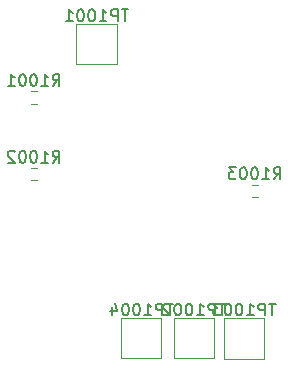
<source format=gbr>
%TF.GenerationSoftware,KiCad,Pcbnew,8.0.5*%
%TF.CreationDate,2024-11-16T20:21:07-03:00*%
%TF.ProjectId,hal9000mainboard,68616c39-3030-4306-9d61-696e626f6172,rev?*%
%TF.SameCoordinates,Original*%
%TF.FileFunction,Legend,Bot*%
%TF.FilePolarity,Positive*%
%FSLAX46Y46*%
G04 Gerber Fmt 4.6, Leading zero omitted, Abs format (unit mm)*
G04 Created by KiCad (PCBNEW 8.0.5) date 2024-11-16 20:21:07*
%MOMM*%
%LPD*%
G01*
G04 APERTURE LIST*
%ADD10C,0.150000*%
%ADD11C,0.120000*%
G04 APERTURE END LIST*
D10*
X19390475Y-24656819D02*
X18819047Y-24656819D01*
X19104761Y-25656819D02*
X19104761Y-24656819D01*
X18485713Y-25656819D02*
X18485713Y-24656819D01*
X18485713Y-24656819D02*
X18104761Y-24656819D01*
X18104761Y-24656819D02*
X18009523Y-24704438D01*
X18009523Y-24704438D02*
X17961904Y-24752057D01*
X17961904Y-24752057D02*
X17914285Y-24847295D01*
X17914285Y-24847295D02*
X17914285Y-24990152D01*
X17914285Y-24990152D02*
X17961904Y-25085390D01*
X17961904Y-25085390D02*
X18009523Y-25133009D01*
X18009523Y-25133009D02*
X18104761Y-25180628D01*
X18104761Y-25180628D02*
X18485713Y-25180628D01*
X16961904Y-25656819D02*
X17533332Y-25656819D01*
X17247618Y-25656819D02*
X17247618Y-24656819D01*
X17247618Y-24656819D02*
X17342856Y-24799676D01*
X17342856Y-24799676D02*
X17438094Y-24894914D01*
X17438094Y-24894914D02*
X17533332Y-24942533D01*
X16342856Y-24656819D02*
X16247618Y-24656819D01*
X16247618Y-24656819D02*
X16152380Y-24704438D01*
X16152380Y-24704438D02*
X16104761Y-24752057D01*
X16104761Y-24752057D02*
X16057142Y-24847295D01*
X16057142Y-24847295D02*
X16009523Y-25037771D01*
X16009523Y-25037771D02*
X16009523Y-25275866D01*
X16009523Y-25275866D02*
X16057142Y-25466342D01*
X16057142Y-25466342D02*
X16104761Y-25561580D01*
X16104761Y-25561580D02*
X16152380Y-25609200D01*
X16152380Y-25609200D02*
X16247618Y-25656819D01*
X16247618Y-25656819D02*
X16342856Y-25656819D01*
X16342856Y-25656819D02*
X16438094Y-25609200D01*
X16438094Y-25609200D02*
X16485713Y-25561580D01*
X16485713Y-25561580D02*
X16533332Y-25466342D01*
X16533332Y-25466342D02*
X16580951Y-25275866D01*
X16580951Y-25275866D02*
X16580951Y-25037771D01*
X16580951Y-25037771D02*
X16533332Y-24847295D01*
X16533332Y-24847295D02*
X16485713Y-24752057D01*
X16485713Y-24752057D02*
X16438094Y-24704438D01*
X16438094Y-24704438D02*
X16342856Y-24656819D01*
X15390475Y-24656819D02*
X15295237Y-24656819D01*
X15295237Y-24656819D02*
X15199999Y-24704438D01*
X15199999Y-24704438D02*
X15152380Y-24752057D01*
X15152380Y-24752057D02*
X15104761Y-24847295D01*
X15104761Y-24847295D02*
X15057142Y-25037771D01*
X15057142Y-25037771D02*
X15057142Y-25275866D01*
X15057142Y-25275866D02*
X15104761Y-25466342D01*
X15104761Y-25466342D02*
X15152380Y-25561580D01*
X15152380Y-25561580D02*
X15199999Y-25609200D01*
X15199999Y-25609200D02*
X15295237Y-25656819D01*
X15295237Y-25656819D02*
X15390475Y-25656819D01*
X15390475Y-25656819D02*
X15485713Y-25609200D01*
X15485713Y-25609200D02*
X15533332Y-25561580D01*
X15533332Y-25561580D02*
X15580951Y-25466342D01*
X15580951Y-25466342D02*
X15628570Y-25275866D01*
X15628570Y-25275866D02*
X15628570Y-25037771D01*
X15628570Y-25037771D02*
X15580951Y-24847295D01*
X15580951Y-24847295D02*
X15533332Y-24752057D01*
X15533332Y-24752057D02*
X15485713Y-24704438D01*
X15485713Y-24704438D02*
X15390475Y-24656819D01*
X14199999Y-24990152D02*
X14199999Y-25656819D01*
X14438094Y-24609200D02*
X14676189Y-25323485D01*
X14676189Y-25323485D02*
X14057142Y-25323485D01*
X27895238Y-14124819D02*
X28228571Y-13648628D01*
X28466666Y-14124819D02*
X28466666Y-13124819D01*
X28466666Y-13124819D02*
X28085714Y-13124819D01*
X28085714Y-13124819D02*
X27990476Y-13172438D01*
X27990476Y-13172438D02*
X27942857Y-13220057D01*
X27942857Y-13220057D02*
X27895238Y-13315295D01*
X27895238Y-13315295D02*
X27895238Y-13458152D01*
X27895238Y-13458152D02*
X27942857Y-13553390D01*
X27942857Y-13553390D02*
X27990476Y-13601009D01*
X27990476Y-13601009D02*
X28085714Y-13648628D01*
X28085714Y-13648628D02*
X28466666Y-13648628D01*
X26942857Y-14124819D02*
X27514285Y-14124819D01*
X27228571Y-14124819D02*
X27228571Y-13124819D01*
X27228571Y-13124819D02*
X27323809Y-13267676D01*
X27323809Y-13267676D02*
X27419047Y-13362914D01*
X27419047Y-13362914D02*
X27514285Y-13410533D01*
X26323809Y-13124819D02*
X26228571Y-13124819D01*
X26228571Y-13124819D02*
X26133333Y-13172438D01*
X26133333Y-13172438D02*
X26085714Y-13220057D01*
X26085714Y-13220057D02*
X26038095Y-13315295D01*
X26038095Y-13315295D02*
X25990476Y-13505771D01*
X25990476Y-13505771D02*
X25990476Y-13743866D01*
X25990476Y-13743866D02*
X26038095Y-13934342D01*
X26038095Y-13934342D02*
X26085714Y-14029580D01*
X26085714Y-14029580D02*
X26133333Y-14077200D01*
X26133333Y-14077200D02*
X26228571Y-14124819D01*
X26228571Y-14124819D02*
X26323809Y-14124819D01*
X26323809Y-14124819D02*
X26419047Y-14077200D01*
X26419047Y-14077200D02*
X26466666Y-14029580D01*
X26466666Y-14029580D02*
X26514285Y-13934342D01*
X26514285Y-13934342D02*
X26561904Y-13743866D01*
X26561904Y-13743866D02*
X26561904Y-13505771D01*
X26561904Y-13505771D02*
X26514285Y-13315295D01*
X26514285Y-13315295D02*
X26466666Y-13220057D01*
X26466666Y-13220057D02*
X26419047Y-13172438D01*
X26419047Y-13172438D02*
X26323809Y-13124819D01*
X25371428Y-13124819D02*
X25276190Y-13124819D01*
X25276190Y-13124819D02*
X25180952Y-13172438D01*
X25180952Y-13172438D02*
X25133333Y-13220057D01*
X25133333Y-13220057D02*
X25085714Y-13315295D01*
X25085714Y-13315295D02*
X25038095Y-13505771D01*
X25038095Y-13505771D02*
X25038095Y-13743866D01*
X25038095Y-13743866D02*
X25085714Y-13934342D01*
X25085714Y-13934342D02*
X25133333Y-14029580D01*
X25133333Y-14029580D02*
X25180952Y-14077200D01*
X25180952Y-14077200D02*
X25276190Y-14124819D01*
X25276190Y-14124819D02*
X25371428Y-14124819D01*
X25371428Y-14124819D02*
X25466666Y-14077200D01*
X25466666Y-14077200D02*
X25514285Y-14029580D01*
X25514285Y-14029580D02*
X25561904Y-13934342D01*
X25561904Y-13934342D02*
X25609523Y-13743866D01*
X25609523Y-13743866D02*
X25609523Y-13505771D01*
X25609523Y-13505771D02*
X25561904Y-13315295D01*
X25561904Y-13315295D02*
X25514285Y-13220057D01*
X25514285Y-13220057D02*
X25466666Y-13172438D01*
X25466666Y-13172438D02*
X25371428Y-13124819D01*
X24704761Y-13124819D02*
X24085714Y-13124819D01*
X24085714Y-13124819D02*
X24419047Y-13505771D01*
X24419047Y-13505771D02*
X24276190Y-13505771D01*
X24276190Y-13505771D02*
X24180952Y-13553390D01*
X24180952Y-13553390D02*
X24133333Y-13601009D01*
X24133333Y-13601009D02*
X24085714Y-13696247D01*
X24085714Y-13696247D02*
X24085714Y-13934342D01*
X24085714Y-13934342D02*
X24133333Y-14029580D01*
X24133333Y-14029580D02*
X24180952Y-14077200D01*
X24180952Y-14077200D02*
X24276190Y-14124819D01*
X24276190Y-14124819D02*
X24561904Y-14124819D01*
X24561904Y-14124819D02*
X24657142Y-14077200D01*
X24657142Y-14077200D02*
X24704761Y-14029580D01*
X28070475Y-24666819D02*
X27499047Y-24666819D01*
X27784761Y-25666819D02*
X27784761Y-24666819D01*
X27165713Y-25666819D02*
X27165713Y-24666819D01*
X27165713Y-24666819D02*
X26784761Y-24666819D01*
X26784761Y-24666819D02*
X26689523Y-24714438D01*
X26689523Y-24714438D02*
X26641904Y-24762057D01*
X26641904Y-24762057D02*
X26594285Y-24857295D01*
X26594285Y-24857295D02*
X26594285Y-25000152D01*
X26594285Y-25000152D02*
X26641904Y-25095390D01*
X26641904Y-25095390D02*
X26689523Y-25143009D01*
X26689523Y-25143009D02*
X26784761Y-25190628D01*
X26784761Y-25190628D02*
X27165713Y-25190628D01*
X25641904Y-25666819D02*
X26213332Y-25666819D01*
X25927618Y-25666819D02*
X25927618Y-24666819D01*
X25927618Y-24666819D02*
X26022856Y-24809676D01*
X26022856Y-24809676D02*
X26118094Y-24904914D01*
X26118094Y-24904914D02*
X26213332Y-24952533D01*
X25022856Y-24666819D02*
X24927618Y-24666819D01*
X24927618Y-24666819D02*
X24832380Y-24714438D01*
X24832380Y-24714438D02*
X24784761Y-24762057D01*
X24784761Y-24762057D02*
X24737142Y-24857295D01*
X24737142Y-24857295D02*
X24689523Y-25047771D01*
X24689523Y-25047771D02*
X24689523Y-25285866D01*
X24689523Y-25285866D02*
X24737142Y-25476342D01*
X24737142Y-25476342D02*
X24784761Y-25571580D01*
X24784761Y-25571580D02*
X24832380Y-25619200D01*
X24832380Y-25619200D02*
X24927618Y-25666819D01*
X24927618Y-25666819D02*
X25022856Y-25666819D01*
X25022856Y-25666819D02*
X25118094Y-25619200D01*
X25118094Y-25619200D02*
X25165713Y-25571580D01*
X25165713Y-25571580D02*
X25213332Y-25476342D01*
X25213332Y-25476342D02*
X25260951Y-25285866D01*
X25260951Y-25285866D02*
X25260951Y-25047771D01*
X25260951Y-25047771D02*
X25213332Y-24857295D01*
X25213332Y-24857295D02*
X25165713Y-24762057D01*
X25165713Y-24762057D02*
X25118094Y-24714438D01*
X25118094Y-24714438D02*
X25022856Y-24666819D01*
X24070475Y-24666819D02*
X23975237Y-24666819D01*
X23975237Y-24666819D02*
X23879999Y-24714438D01*
X23879999Y-24714438D02*
X23832380Y-24762057D01*
X23832380Y-24762057D02*
X23784761Y-24857295D01*
X23784761Y-24857295D02*
X23737142Y-25047771D01*
X23737142Y-25047771D02*
X23737142Y-25285866D01*
X23737142Y-25285866D02*
X23784761Y-25476342D01*
X23784761Y-25476342D02*
X23832380Y-25571580D01*
X23832380Y-25571580D02*
X23879999Y-25619200D01*
X23879999Y-25619200D02*
X23975237Y-25666819D01*
X23975237Y-25666819D02*
X24070475Y-25666819D01*
X24070475Y-25666819D02*
X24165713Y-25619200D01*
X24165713Y-25619200D02*
X24213332Y-25571580D01*
X24213332Y-25571580D02*
X24260951Y-25476342D01*
X24260951Y-25476342D02*
X24308570Y-25285866D01*
X24308570Y-25285866D02*
X24308570Y-25047771D01*
X24308570Y-25047771D02*
X24260951Y-24857295D01*
X24260951Y-24857295D02*
X24213332Y-24762057D01*
X24213332Y-24762057D02*
X24165713Y-24714438D01*
X24165713Y-24714438D02*
X24070475Y-24666819D01*
X23403808Y-24666819D02*
X22784761Y-24666819D01*
X22784761Y-24666819D02*
X23118094Y-25047771D01*
X23118094Y-25047771D02*
X22975237Y-25047771D01*
X22975237Y-25047771D02*
X22879999Y-25095390D01*
X22879999Y-25095390D02*
X22832380Y-25143009D01*
X22832380Y-25143009D02*
X22784761Y-25238247D01*
X22784761Y-25238247D02*
X22784761Y-25476342D01*
X22784761Y-25476342D02*
X22832380Y-25571580D01*
X22832380Y-25571580D02*
X22879999Y-25619200D01*
X22879999Y-25619200D02*
X22975237Y-25666819D01*
X22975237Y-25666819D02*
X23260951Y-25666819D01*
X23260951Y-25666819D02*
X23356189Y-25619200D01*
X23356189Y-25619200D02*
X23403808Y-25571580D01*
X23830475Y-24656819D02*
X23259047Y-24656819D01*
X23544761Y-25656819D02*
X23544761Y-24656819D01*
X22925713Y-25656819D02*
X22925713Y-24656819D01*
X22925713Y-24656819D02*
X22544761Y-24656819D01*
X22544761Y-24656819D02*
X22449523Y-24704438D01*
X22449523Y-24704438D02*
X22401904Y-24752057D01*
X22401904Y-24752057D02*
X22354285Y-24847295D01*
X22354285Y-24847295D02*
X22354285Y-24990152D01*
X22354285Y-24990152D02*
X22401904Y-25085390D01*
X22401904Y-25085390D02*
X22449523Y-25133009D01*
X22449523Y-25133009D02*
X22544761Y-25180628D01*
X22544761Y-25180628D02*
X22925713Y-25180628D01*
X21401904Y-25656819D02*
X21973332Y-25656819D01*
X21687618Y-25656819D02*
X21687618Y-24656819D01*
X21687618Y-24656819D02*
X21782856Y-24799676D01*
X21782856Y-24799676D02*
X21878094Y-24894914D01*
X21878094Y-24894914D02*
X21973332Y-24942533D01*
X20782856Y-24656819D02*
X20687618Y-24656819D01*
X20687618Y-24656819D02*
X20592380Y-24704438D01*
X20592380Y-24704438D02*
X20544761Y-24752057D01*
X20544761Y-24752057D02*
X20497142Y-24847295D01*
X20497142Y-24847295D02*
X20449523Y-25037771D01*
X20449523Y-25037771D02*
X20449523Y-25275866D01*
X20449523Y-25275866D02*
X20497142Y-25466342D01*
X20497142Y-25466342D02*
X20544761Y-25561580D01*
X20544761Y-25561580D02*
X20592380Y-25609200D01*
X20592380Y-25609200D02*
X20687618Y-25656819D01*
X20687618Y-25656819D02*
X20782856Y-25656819D01*
X20782856Y-25656819D02*
X20878094Y-25609200D01*
X20878094Y-25609200D02*
X20925713Y-25561580D01*
X20925713Y-25561580D02*
X20973332Y-25466342D01*
X20973332Y-25466342D02*
X21020951Y-25275866D01*
X21020951Y-25275866D02*
X21020951Y-25037771D01*
X21020951Y-25037771D02*
X20973332Y-24847295D01*
X20973332Y-24847295D02*
X20925713Y-24752057D01*
X20925713Y-24752057D02*
X20878094Y-24704438D01*
X20878094Y-24704438D02*
X20782856Y-24656819D01*
X19830475Y-24656819D02*
X19735237Y-24656819D01*
X19735237Y-24656819D02*
X19639999Y-24704438D01*
X19639999Y-24704438D02*
X19592380Y-24752057D01*
X19592380Y-24752057D02*
X19544761Y-24847295D01*
X19544761Y-24847295D02*
X19497142Y-25037771D01*
X19497142Y-25037771D02*
X19497142Y-25275866D01*
X19497142Y-25275866D02*
X19544761Y-25466342D01*
X19544761Y-25466342D02*
X19592380Y-25561580D01*
X19592380Y-25561580D02*
X19639999Y-25609200D01*
X19639999Y-25609200D02*
X19735237Y-25656819D01*
X19735237Y-25656819D02*
X19830475Y-25656819D01*
X19830475Y-25656819D02*
X19925713Y-25609200D01*
X19925713Y-25609200D02*
X19973332Y-25561580D01*
X19973332Y-25561580D02*
X20020951Y-25466342D01*
X20020951Y-25466342D02*
X20068570Y-25275866D01*
X20068570Y-25275866D02*
X20068570Y-25037771D01*
X20068570Y-25037771D02*
X20020951Y-24847295D01*
X20020951Y-24847295D02*
X19973332Y-24752057D01*
X19973332Y-24752057D02*
X19925713Y-24704438D01*
X19925713Y-24704438D02*
X19830475Y-24656819D01*
X19116189Y-24752057D02*
X19068570Y-24704438D01*
X19068570Y-24704438D02*
X18973332Y-24656819D01*
X18973332Y-24656819D02*
X18735237Y-24656819D01*
X18735237Y-24656819D02*
X18639999Y-24704438D01*
X18639999Y-24704438D02*
X18592380Y-24752057D01*
X18592380Y-24752057D02*
X18544761Y-24847295D01*
X18544761Y-24847295D02*
X18544761Y-24942533D01*
X18544761Y-24942533D02*
X18592380Y-25085390D01*
X18592380Y-25085390D02*
X19163808Y-25656819D01*
X19163808Y-25656819D02*
X18544761Y-25656819D01*
X15590475Y243180D02*
X15019047Y243180D01*
X15304761Y-756819D02*
X15304761Y243180D01*
X14685713Y-756819D02*
X14685713Y243180D01*
X14685713Y243180D02*
X14304761Y243180D01*
X14304761Y243180D02*
X14209523Y195561D01*
X14209523Y195561D02*
X14161904Y147942D01*
X14161904Y147942D02*
X14114285Y52704D01*
X14114285Y52704D02*
X14114285Y-90152D01*
X14114285Y-90152D02*
X14161904Y-185390D01*
X14161904Y-185390D02*
X14209523Y-233009D01*
X14209523Y-233009D02*
X14304761Y-280628D01*
X14304761Y-280628D02*
X14685713Y-280628D01*
X13161904Y-756819D02*
X13733332Y-756819D01*
X13447618Y-756819D02*
X13447618Y243180D01*
X13447618Y243180D02*
X13542856Y100323D01*
X13542856Y100323D02*
X13638094Y5085D01*
X13638094Y5085D02*
X13733332Y-42533D01*
X12542856Y243180D02*
X12447618Y243180D01*
X12447618Y243180D02*
X12352380Y195561D01*
X12352380Y195561D02*
X12304761Y147942D01*
X12304761Y147942D02*
X12257142Y52704D01*
X12257142Y52704D02*
X12209523Y-137771D01*
X12209523Y-137771D02*
X12209523Y-375866D01*
X12209523Y-375866D02*
X12257142Y-566342D01*
X12257142Y-566342D02*
X12304761Y-661580D01*
X12304761Y-661580D02*
X12352380Y-709200D01*
X12352380Y-709200D02*
X12447618Y-756819D01*
X12447618Y-756819D02*
X12542856Y-756819D01*
X12542856Y-756819D02*
X12638094Y-709200D01*
X12638094Y-709200D02*
X12685713Y-661580D01*
X12685713Y-661580D02*
X12733332Y-566342D01*
X12733332Y-566342D02*
X12780951Y-375866D01*
X12780951Y-375866D02*
X12780951Y-137771D01*
X12780951Y-137771D02*
X12733332Y52704D01*
X12733332Y52704D02*
X12685713Y147942D01*
X12685713Y147942D02*
X12638094Y195561D01*
X12638094Y195561D02*
X12542856Y243180D01*
X11590475Y243180D02*
X11495237Y243180D01*
X11495237Y243180D02*
X11399999Y195561D01*
X11399999Y195561D02*
X11352380Y147942D01*
X11352380Y147942D02*
X11304761Y52704D01*
X11304761Y52704D02*
X11257142Y-137771D01*
X11257142Y-137771D02*
X11257142Y-375866D01*
X11257142Y-375866D02*
X11304761Y-566342D01*
X11304761Y-566342D02*
X11352380Y-661580D01*
X11352380Y-661580D02*
X11399999Y-709200D01*
X11399999Y-709200D02*
X11495237Y-756819D01*
X11495237Y-756819D02*
X11590475Y-756819D01*
X11590475Y-756819D02*
X11685713Y-709200D01*
X11685713Y-709200D02*
X11733332Y-661580D01*
X11733332Y-661580D02*
X11780951Y-566342D01*
X11780951Y-566342D02*
X11828570Y-375866D01*
X11828570Y-375866D02*
X11828570Y-137771D01*
X11828570Y-137771D02*
X11780951Y52704D01*
X11780951Y52704D02*
X11733332Y147942D01*
X11733332Y147942D02*
X11685713Y195561D01*
X11685713Y195561D02*
X11590475Y243180D01*
X10304761Y-756819D02*
X10876189Y-756819D01*
X10590475Y-756819D02*
X10590475Y243180D01*
X10590475Y243180D02*
X10685713Y100323D01*
X10685713Y100323D02*
X10780951Y5085D01*
X10780951Y5085D02*
X10876189Y-42533D01*
X9195238Y-6224819D02*
X9528571Y-5748628D01*
X9766666Y-6224819D02*
X9766666Y-5224819D01*
X9766666Y-5224819D02*
X9385714Y-5224819D01*
X9385714Y-5224819D02*
X9290476Y-5272438D01*
X9290476Y-5272438D02*
X9242857Y-5320057D01*
X9242857Y-5320057D02*
X9195238Y-5415295D01*
X9195238Y-5415295D02*
X9195238Y-5558152D01*
X9195238Y-5558152D02*
X9242857Y-5653390D01*
X9242857Y-5653390D02*
X9290476Y-5701009D01*
X9290476Y-5701009D02*
X9385714Y-5748628D01*
X9385714Y-5748628D02*
X9766666Y-5748628D01*
X8242857Y-6224819D02*
X8814285Y-6224819D01*
X8528571Y-6224819D02*
X8528571Y-5224819D01*
X8528571Y-5224819D02*
X8623809Y-5367676D01*
X8623809Y-5367676D02*
X8719047Y-5462914D01*
X8719047Y-5462914D02*
X8814285Y-5510533D01*
X7623809Y-5224819D02*
X7528571Y-5224819D01*
X7528571Y-5224819D02*
X7433333Y-5272438D01*
X7433333Y-5272438D02*
X7385714Y-5320057D01*
X7385714Y-5320057D02*
X7338095Y-5415295D01*
X7338095Y-5415295D02*
X7290476Y-5605771D01*
X7290476Y-5605771D02*
X7290476Y-5843866D01*
X7290476Y-5843866D02*
X7338095Y-6034342D01*
X7338095Y-6034342D02*
X7385714Y-6129580D01*
X7385714Y-6129580D02*
X7433333Y-6177200D01*
X7433333Y-6177200D02*
X7528571Y-6224819D01*
X7528571Y-6224819D02*
X7623809Y-6224819D01*
X7623809Y-6224819D02*
X7719047Y-6177200D01*
X7719047Y-6177200D02*
X7766666Y-6129580D01*
X7766666Y-6129580D02*
X7814285Y-6034342D01*
X7814285Y-6034342D02*
X7861904Y-5843866D01*
X7861904Y-5843866D02*
X7861904Y-5605771D01*
X7861904Y-5605771D02*
X7814285Y-5415295D01*
X7814285Y-5415295D02*
X7766666Y-5320057D01*
X7766666Y-5320057D02*
X7719047Y-5272438D01*
X7719047Y-5272438D02*
X7623809Y-5224819D01*
X6671428Y-5224819D02*
X6576190Y-5224819D01*
X6576190Y-5224819D02*
X6480952Y-5272438D01*
X6480952Y-5272438D02*
X6433333Y-5320057D01*
X6433333Y-5320057D02*
X6385714Y-5415295D01*
X6385714Y-5415295D02*
X6338095Y-5605771D01*
X6338095Y-5605771D02*
X6338095Y-5843866D01*
X6338095Y-5843866D02*
X6385714Y-6034342D01*
X6385714Y-6034342D02*
X6433333Y-6129580D01*
X6433333Y-6129580D02*
X6480952Y-6177200D01*
X6480952Y-6177200D02*
X6576190Y-6224819D01*
X6576190Y-6224819D02*
X6671428Y-6224819D01*
X6671428Y-6224819D02*
X6766666Y-6177200D01*
X6766666Y-6177200D02*
X6814285Y-6129580D01*
X6814285Y-6129580D02*
X6861904Y-6034342D01*
X6861904Y-6034342D02*
X6909523Y-5843866D01*
X6909523Y-5843866D02*
X6909523Y-5605771D01*
X6909523Y-5605771D02*
X6861904Y-5415295D01*
X6861904Y-5415295D02*
X6814285Y-5320057D01*
X6814285Y-5320057D02*
X6766666Y-5272438D01*
X6766666Y-5272438D02*
X6671428Y-5224819D01*
X5385714Y-6224819D02*
X5957142Y-6224819D01*
X5671428Y-6224819D02*
X5671428Y-5224819D01*
X5671428Y-5224819D02*
X5766666Y-5367676D01*
X5766666Y-5367676D02*
X5861904Y-5462914D01*
X5861904Y-5462914D02*
X5957142Y-5510533D01*
X9195238Y-12724819D02*
X9528571Y-12248628D01*
X9766666Y-12724819D02*
X9766666Y-11724819D01*
X9766666Y-11724819D02*
X9385714Y-11724819D01*
X9385714Y-11724819D02*
X9290476Y-11772438D01*
X9290476Y-11772438D02*
X9242857Y-11820057D01*
X9242857Y-11820057D02*
X9195238Y-11915295D01*
X9195238Y-11915295D02*
X9195238Y-12058152D01*
X9195238Y-12058152D02*
X9242857Y-12153390D01*
X9242857Y-12153390D02*
X9290476Y-12201009D01*
X9290476Y-12201009D02*
X9385714Y-12248628D01*
X9385714Y-12248628D02*
X9766666Y-12248628D01*
X8242857Y-12724819D02*
X8814285Y-12724819D01*
X8528571Y-12724819D02*
X8528571Y-11724819D01*
X8528571Y-11724819D02*
X8623809Y-11867676D01*
X8623809Y-11867676D02*
X8719047Y-11962914D01*
X8719047Y-11962914D02*
X8814285Y-12010533D01*
X7623809Y-11724819D02*
X7528571Y-11724819D01*
X7528571Y-11724819D02*
X7433333Y-11772438D01*
X7433333Y-11772438D02*
X7385714Y-11820057D01*
X7385714Y-11820057D02*
X7338095Y-11915295D01*
X7338095Y-11915295D02*
X7290476Y-12105771D01*
X7290476Y-12105771D02*
X7290476Y-12343866D01*
X7290476Y-12343866D02*
X7338095Y-12534342D01*
X7338095Y-12534342D02*
X7385714Y-12629580D01*
X7385714Y-12629580D02*
X7433333Y-12677200D01*
X7433333Y-12677200D02*
X7528571Y-12724819D01*
X7528571Y-12724819D02*
X7623809Y-12724819D01*
X7623809Y-12724819D02*
X7719047Y-12677200D01*
X7719047Y-12677200D02*
X7766666Y-12629580D01*
X7766666Y-12629580D02*
X7814285Y-12534342D01*
X7814285Y-12534342D02*
X7861904Y-12343866D01*
X7861904Y-12343866D02*
X7861904Y-12105771D01*
X7861904Y-12105771D02*
X7814285Y-11915295D01*
X7814285Y-11915295D02*
X7766666Y-11820057D01*
X7766666Y-11820057D02*
X7719047Y-11772438D01*
X7719047Y-11772438D02*
X7623809Y-11724819D01*
X6671428Y-11724819D02*
X6576190Y-11724819D01*
X6576190Y-11724819D02*
X6480952Y-11772438D01*
X6480952Y-11772438D02*
X6433333Y-11820057D01*
X6433333Y-11820057D02*
X6385714Y-11915295D01*
X6385714Y-11915295D02*
X6338095Y-12105771D01*
X6338095Y-12105771D02*
X6338095Y-12343866D01*
X6338095Y-12343866D02*
X6385714Y-12534342D01*
X6385714Y-12534342D02*
X6433333Y-12629580D01*
X6433333Y-12629580D02*
X6480952Y-12677200D01*
X6480952Y-12677200D02*
X6576190Y-12724819D01*
X6576190Y-12724819D02*
X6671428Y-12724819D01*
X6671428Y-12724819D02*
X6766666Y-12677200D01*
X6766666Y-12677200D02*
X6814285Y-12629580D01*
X6814285Y-12629580D02*
X6861904Y-12534342D01*
X6861904Y-12534342D02*
X6909523Y-12343866D01*
X6909523Y-12343866D02*
X6909523Y-12105771D01*
X6909523Y-12105771D02*
X6861904Y-11915295D01*
X6861904Y-11915295D02*
X6814285Y-11820057D01*
X6814285Y-11820057D02*
X6766666Y-11772438D01*
X6766666Y-11772438D02*
X6671428Y-11724819D01*
X5957142Y-11820057D02*
X5909523Y-11772438D01*
X5909523Y-11772438D02*
X5814285Y-11724819D01*
X5814285Y-11724819D02*
X5576190Y-11724819D01*
X5576190Y-11724819D02*
X5480952Y-11772438D01*
X5480952Y-11772438D02*
X5433333Y-11820057D01*
X5433333Y-11820057D02*
X5385714Y-11915295D01*
X5385714Y-11915295D02*
X5385714Y-12010533D01*
X5385714Y-12010533D02*
X5433333Y-12153390D01*
X5433333Y-12153390D02*
X6004761Y-12724819D01*
X6004761Y-12724819D02*
X5385714Y-12724819D01*
D11*
%TO.C,TP1004*%
X15000000Y-25900000D02*
X18400000Y-25900000D01*
X15000000Y-29300000D02*
X15000000Y-25900000D01*
X18400000Y-25900000D02*
X18400000Y-29300000D01*
X18400000Y-29300000D02*
X15000000Y-29300000D01*
%TO.C,R1003*%
X26062742Y-14577500D02*
X26537258Y-14577500D01*
X26062742Y-15622500D02*
X26537258Y-15622500D01*
%TO.C,TP1003*%
X23680000Y-25910000D02*
X27080000Y-25910000D01*
X23680000Y-29310000D02*
X23680000Y-25910000D01*
X27080000Y-25910000D02*
X27080000Y-29310000D01*
X27080000Y-29310000D02*
X23680000Y-29310000D01*
%TO.C,TP1002*%
X19440000Y-25900000D02*
X22840000Y-25900000D01*
X19440000Y-29300000D02*
X19440000Y-25900000D01*
X22840000Y-25900000D02*
X22840000Y-29300000D01*
X22840000Y-29300000D02*
X19440000Y-29300000D01*
%TO.C,TP1001*%
X11200000Y-1000000D02*
X14600000Y-1000000D01*
X11200000Y-4400000D02*
X11200000Y-1000000D01*
X14600000Y-1000000D02*
X14600000Y-4400000D01*
X14600000Y-4400000D02*
X11200000Y-4400000D01*
%TO.C,R1001*%
X7362742Y-6677500D02*
X7837258Y-6677500D01*
X7362742Y-7722500D02*
X7837258Y-7722500D01*
%TO.C,R1002*%
X7362742Y-13177500D02*
X7837258Y-13177500D01*
X7362742Y-14222500D02*
X7837258Y-14222500D01*
%TD*%
M02*

</source>
